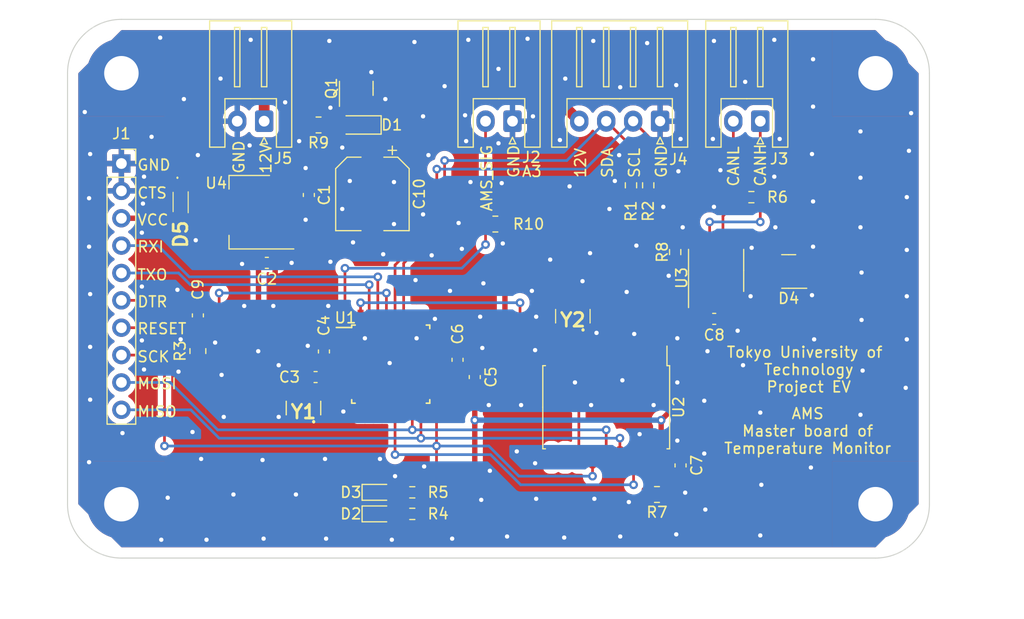
<source format=kicad_pcb>
(kicad_pcb (version 20221018) (generator pcbnew)
  (layers (0 "F.Cu" signal) (31 "B.Cu" signal) (34 "B.Paste" user) (35 "F.Paste" user) (36 "B.SilkS" user "B.Silkscreen") (37 "F.SilkS" user "F.Silkscreen") (38 "B.Mask" user) (39 "F.Mask" user) (44 "Edge.Cuts" user))
  (net 0 "")
  (net 1 "+12V")
  (net 2 "GND")
  (net 3 "VCC")
  (net 4 "/AREF")
  (net 5 "/RESET1")
  (net 6 "/DTR")
  (net 7 "Net-(D2-A)")
  (net 8 "Net-(D3-A)")
  (net 9 "/CANH")
  (net 10 "/CANL")
  (net 11 "/RXI")
  (net 12 "/TXO")
  (net 13 "/SCK")
  (net 14 "/MOSI")
  (net 15 "/MISO")
  (net 16 "/AMS_SIG")
  (net 17 "/SCL")
  (net 18 "/SDA")
  (net 19 "/RESET2")
  (net 20 "/Rs")
  (net 26 "/CS")
  (net 34 "/INT")
  (net 35 "/TXCAN")
  (net 36 "/RXCAN")
  (net 41 "Net-(U2-OSC2)")
  (net 42 "Net-(U2-OSC1)")
  (net 46 "Net-(D1-A)")
  (net 47 "/+12Vin")
  (net 48 "/XTAL1")
  (net 49 "/XTAL2")
  (footprint "Capacitor_SMD:CP_Elec_6.3x5.4_Nichicon" (layer "F.Cu") (at 138.3 86.2 -90)
    (fp_text reference "C10")
    (fp_text value "470u")
  )
  (footprint "Package_SO:SOIC-18W_7.5x11.6mm_P1.27mm" (layer "F.Cu") (at 160 106 -90)
    (fp_text reference "U2")
    (fp_text value "MCP2515-xSO")
  )
  (footprint "Resistor_SMD:R_0603_1608Metric" (layer "F.Cu") (at 142 115.9 180)
    (fp_text reference "R4")
    (fp_text value "Opt")
  )
  (footprint "Capacitor_SMD:C_0603_1608Metric" (layer "F.Cu") (at 170.025 97.8 180)
    (fp_text reference "C8")
    (fp_text value "0.1u")
  )
  (footprint "Connector_JST:JST_XH_S2B-XH-A_1x02_P2.50mm_Horizontal" (layer "F.Cu") (at 128.25 79.45 180)
    (fp_text reference "J5")
    (fp_text value "Conn_01x02_Pin")
  )
  (footprint "Resistor_SMD:R_0805_2012Metric" (layer "F.Cu") (at 122.1 100.7875 90)
    (fp_text reference "R3")
    (fp_text value "10k")
  )
  (footprint "Package_QFP:TQFP-32_7x7mm_P0.8mm" (layer "F.Cu") (at 140 102)
    (fp_text reference "U1")
    (fp_text value "ATmega328P-A")
  )
  (footprint "Package_TO_SOT_SMD:SOT-23" (layer "F.Cu") (at 136.8 76.4 90)
    (fp_text reference "Q1")
    (fp_text value "AO3401A")
  )
  (footprint "Resistor_SMD:R_0805_2012Metric" (layer "F.Cu") (at 164.7125 114.1 180)
    (fp_text reference "R7")
    (fp_text value "10k")
  )
  (footprint "Resistor_SMD:R_0603_1608Metric" (layer "F.Cu") (at 166.4 91.6 -90)
    (fp_text reference "R8")
    (fp_text value "15k")
  )
  (footprint "Package_SO:SOIC-8_3.9x4.9mm_P1.27mm" (layer "F.Cu") (at 170.2 93.3 90)
    (fp_text reference "U3")
    (fp_text value "MCP2551-I-SN")
  )
  (footprint "Connector_JST:JST_XH_S2B-XH-A_1x02_P2.50mm_Horizontal" (layer "F.Cu") (at 174.3 79.45 180)
    (fp_text reference "J3")
    (fp_text value "Conn_01x02_Pin")
  )
  (footprint "MountingHole:MountingHole_3.2mm_M3_Pad" (layer "F.Cu") (at 185 115)
    (fp_text reference "REF**" hide)
    (fp_text value "MountingHole_3.2mm_M3_Pad")
  )
  (footprint "Package_TO_SOT_SMD:SOT-223-3_TabPin2" (layer "F.Cu") (at 126.9 87.9 180)
    (fp_text reference "U4")
    (fp_text value "LD1117S50TR_SOT223")
  )
  (footprint "Resistor_SMD:R_0603_1608Metric" (layer "F.Cu") (at 173.475 86.5 180)
    (fp_text reference "R6")
    (fp_text value "120")
  )
  (footprint "Resistor_SMD:R_0603_1608Metric" (layer "F.Cu") (at 162.3 85.4 90)
    (fp_text reference "R1")
    (fp_text value "3.3k")
  )
  (footprint "Resistor_SMD:R_0603_1608Metric" (layer "F.Cu") (at 163.9 85.4 90)
    (fp_text reference "R2")
    (fp_text value "3.3k")
  )
  (footprint "Connector_JST:JST_XH_S4B-XH-A_1x04_P2.50mm_Horizontal" (layer "F.Cu") (at 165 79.45 180)
    (fp_text reference "J4")
    (fp_text value "Conn_01x04_Pin")
  )
  (footprint "Capacitor_SMD:C_0603_1608Metric" (layer "F.Cu") (at 122.1 97.475 90)
    (fp_text reference "C9")
    (fp_text value "0.1u")
  )
  (footprint "MountingHole:MountingHole_3.2mm_M3_Pad" (layer "F.Cu") (at 115 115)
    (fp_text reference "REF**" hide)
    (fp_text value "MountingHole_3.2mm_M3_Pad")
  )
  (footprint "SamacSys_Parts:CSTCE16M0V53R0" (layer "F.Cu") (at 131.9 106.1)
    (fp_text reference "Y1")
    (fp_text value "CSTCE16M0V53-R0" hide)
  )
  (footprint "LED_SMD:LED_0603_1608Metric" (layer "F.Cu") (at 138.825 113.9)
    (fp_text reference "D3")
    (fp_text value "LED_G")
  )
  (footprint "Capacitor_SMD:C_0603_1608Metric" (layer "F.Cu") (at 128.5 92.6)
    (fp_text reference "C2")
    (fp_text value "10u")
  )
  (footprint "LED_SMD:LED_0603_1608Metric" (layer "F.Cu") (at 138.825 115.9)
    (fp_text reference "D2")
    (fp_text value "LED_R")
  )
  (footprint "SamacSys_Parts:CUHS20S40H3F" (layer "F.Cu") (at 120.5 86.95 -90)
    (fp_text reference "D5")
    (fp_text value "CUHS20S30" hide)
  )
  (footprint "MountingHole:MountingHole_3.2mm_M3_Pad" (layer "F.Cu") (at 185 75)
    (fp_text reference "REF**" hide)
    (fp_text value "MountingHole_3.2mm_M3_Pad")
  )
  (footprint "SamacSys_Parts:CSTCE16M0V53R0" (layer "F.Cu") (at 156.9 97.575)
    (fp_text reference "Y2")
    (fp_text value "CSTCE16M0V53-R0" hide)
  )
  (footprint "Capacitor_SMD:C_0603_1608Metric" (layer "F.Cu") (at 133.8 100.825 90)
    (fp_text reference "C4")
    (fp_text value "0.1u")
  )
  (footprint "Capacitor_SMD:C_0603_1608Metric" (layer "F.Cu") (at 132.4 86.3 -90)
    (fp_text reference "C1")
    (fp_text value "0.1u")
  )
  (footprint "Resistor_SMD:R_0805_2012Metric" (layer "F.Cu") (at 149.7125 89)
    (fp_text reference "R10")
    (fp_text value "10k")
  )
  (footprint "MountingHole:MountingHole_3.2mm_M3_Pad" (layer "F.Cu") (at 115 75)
    (fp_text reference "REF**" hide)
    (fp_text value "MountingHole_3.2mm_M3_Pad")
  )
  (footprint "Connector_JST:JST_XH_S2B-XH-A_1x02_P2.50mm_Horizontal" (layer "F.Cu") (at 151.3 79.45 180)
    (fp_text reference "J2")
    (fp_text value "Conn_01x02_Pin")
  )
  (footprint "Resistor_SMD:R_0805_2012Metric" (layer "F.Cu") (at 133.3 79.8 180)
    (fp_text reference "R9")
    (fp_text value "10k")
  )
  (footprint "Diode_SMD:D_SOD-323_HandSoldering" (layer "F.Cu") (at 137.1 79.8 180)
    (fp_text reference "D1")
    (fp_text value "UDZV5.1B")
  )
  (footprint "Capacitor_SMD:C_0603_1608Metric" (layer "F.Cu") (at 133.025 103.2 180)
    (fp_text reference "C3")
    (fp_text value "0.1u")
  )
  (footprint "Capacitor_SMD:C_0603_1608Metric" (layer "F.Cu") (at 166.9 111.4 -90)
    (fp_text reference "C7")
    (fp_text value "0.1u")
  )
  (footprint "Resistor_SMD:R_0603_1608Metric" (layer "F.Cu") (at 142 113.9 180)
    (fp_text reference "R5")
    (fp_text value "Opt")
  )
  (footprint "Connector_PinSocket_2.54mm:PinSocket_1x10_P2.54mm_Vertical" (layer "F.Cu") (at 115 83.38)
    (fp_text reference "J1")
    (fp_text value "Conn_01x10_Socket")
  )
  (footprint "Capacitor_SMD:C_0603_1608Metric" (layer "F.Cu") (at 146.2 101.6 90)
    (fp_text reference "C6")
    (fp_text value "0.1u")
  )
  (footprint "Capacitor_SMD:C_0603_1608Metric" (layer "F.Cu") (at 147.8 103.2 90)
    (fp_text reference "C5")
    (fp_text value "0.1u")
  )
  (footprint "Package_TO_SOT_SMD:SOT-23" (layer "F.Cu") (at 176.9375 93.4 180)
    (fp_text reference "D4")
    (fp_text value "NUP2105L")
  )
  (gr_line (start 110 115) (end 110 75) (stroke (width 0.1)) (layer "Edge.Cuts"))
  (gr_line (start 190 75) (end 190 115) (stroke (width 0.1)) (layer "Edge.Cuts"))
  (gr_line (start 115 70) (end 185 70) (stroke (width 0.1)) (layer "Edge.Cuts"))
  (gr_arc (start 110 75) (mid 111.464466 71.464466) (end 115 70) (stroke (width 0.1)) (layer "Edge.Cuts"))
  (gr_arc (start 185 70) (mid 188.535534 71.464466) (end 190 75) (stroke (width 0.1)) (layer "Edge.Cuts"))
  (gr_arc (start 190 115) (mid 188.535534 118.535534) (end 185 120) (stroke (width 0.1)) (layer "Edge.Cuts"))
  (gr_arc (start 115 120) (mid 111.464466 118.535534) (end 110 115) (stroke (width 0.1)) (layer "Edge.Cuts"))
  (gr_line (start 185 120) (end 115 120) (stroke (width 0.1)) (layer "Edge.Cuts"))
  (gr_text "CANL" (at 172.4 85.6 90) (layer "F.SilkS") (effects (font (size 1 1)) (justify left bottom)))
  (gr_text "12V" (at 158.2 84.8 90) (layer "F.SilkS") (effects (font (size 1 1)) (justify left bottom)))
  (gr_text "DTR" (at 116.4 96.8) (layer "F.SilkS") (effects (font (size 1 1)) (justify left bottom)))
  (gr_text "Tokyo University of \nTechnology\nProject EV" (at 178.8 104.7) (layer "F.SilkS") (effects (font (size 1 1)) (justify bottom)))
  (gr_text "AMS\nMaster board of\nTemperature Monitor" (at 178.7 110.4) (layer "F.SilkS") (effects (font (size 1 1)) (justify bottom)))
  (gr_text "VCC" (at 116.4 89.2) (layer "F.SilkS") (effects (font (size 1 1)) (justify left bottom)))
  (gr_text "CTS" (at 116.4 86.7) (layer "F.SilkS") (effects (font (size 1 1)) (justify left bottom)))
  (gr_text "RXI" (at 116.4 91.7) (layer "F.SilkS") (effects (font (size 1 1)) (justify left bottom)))
  (gr_text "RESET" (at 116.4 99.3) (layer "F.SilkS") (effects (font (size 1 1)) (justify left bottom)))
  (gr_text "12V" (at 129 84.4 90) (layer "F.SilkS") (effects (font (size 1 1)) (justify left bottom)))
  (gr_text "SCK" (at 116.4 101.9) (layer "F.SilkS") (effects (font (size 1 1)) (justify left bottom)))
  (gr_text "TXO" (at 116.4 94.3) (layer "F.SilkS") (effects (font (size 1 1)) (justify left bottom)))
  (gr_text "GND" (at 152 84.8 90) (layer "F.SilkS") (effects (font (size 1 1)) (justify left bottom)))
  (gr_text "SCL" (at 163.2 84.8 90) (layer "F.SilkS") (effects (font (size 1 1)) (justify left bottom)))
  (gr_text "AMS_SIG" (at 149.5 87.9 90) (layer "F.SilkS") (effects (font (size 1 1)) (justify left bottom)))
  (gr_text "GND" (at 126.5 84.4 90) (layer "F.SilkS") (effects (font (size 1 1)) (justify left bottom)))
  (gr_text "CANH" (at 174.9 85.6 90) (layer "F.SilkS") (effects (font (size 1 1)) (justify left bottom)))
  (gr_text "MISO" (at 116.4 107) (layer "F.SilkS") (effects (font (size 1 1)) (justify left bottom)))
  (gr_text "GND" (at 116.4 84.1) (layer "F.SilkS") (effects (font (size 1 1)) (justify left bottom)))
  (gr_text "A3" (at 152.1 84.7) (layer "F.SilkS") (effects (font (size 1 1)) (justify left bottom)))
  (gr_text "MOSI" (at 116.4 104.4) (layer "F.SilkS") (effects (font (size 1 1)) (justify left bottom)))
  (gr_text "GND" (at 165.7 84.8 90) (layer "F.SilkS") (effects (font (size 1 1)) (justify left bottom)))
  (gr_text "SDA" (at 160.7 84.8 90) (layer "F.SilkS") (effects (font (size 1 1)) (justify left bottom)))
  (segment (start 138.3 83.5) (end 139.9 83.5) (width 1) (layer "F.Cu") (net 1))
  (segment (start 137.75 78.6) (end 137.75 79.2) (width 1) (layer "F.Cu") (net 1))
  (segment (start 130.125 85.525) (end 130.05 85.6) (width 0.5) (layer "F.Cu") (net 1))
  (segment (start 132.4 85.525) (end 130.125 85.525) (width 0.5) (layer "F.Cu") (net 1))
  (segment (start 125.8 84) (end 127.4 85.6) (width 0.5) (layer "F.Cu") (net 1))
  (segment (start 120.5 84.5) (end 121 84) (width 0.5) (layer "F.Cu") (net 1))
  (segment (start 155.35 77.3) (end 157.5 79.45) (width 1) (layer "F.Cu") (net 1))
  (segment (start 138.35 83.45) (end 138.3 83.5) (width 1) (layer "F.Cu") (net 1))
  (segment (start 134.425 83.5) (end 132.4 85.525) (width 0.5) (layer "F.Cu") (net 1))
  (segment (start 121 84) (end 125.8 84) (width 0.5) (layer "F.Cu") (net 1))
  (segment (start 137.75 77.3375) (end 137.75 78.6) (width 0.5) (layer "F.Cu") (net 1))
  (segment (start 140.8 82.6) (end 140.8 78.7) (width 1) (layer "F.Cu") (net 1))
  (segment (start 127.4 85.6) (end 130.05 85.6) (width 0.5) (layer "F.Cu") (net 1))
  (segment (start 120.5 86) (end 120.5 84.5) (width 0.5) (layer "F.Cu") (net 1))
  (segment (start 137.75 79.2) (end 138.35 79.8) (width 1) (layer "F.Cu") (net 1))
  (segment (start 138.35 79.8) (end 138.35 83.45) (width 1) (layer "F.Cu") (net 1))
  (segment (start 140.8 78.7) (end 142.2 77.3) (width 1) (layer "F.Cu") (net 1))
  (segment (start 142.2 77.3) (end 155.35 77.3) (width 1) (layer "F.Cu") (net 1))
  (segment (start 138.3 83.5) (end 134.425 83.5) (width 0.5) (layer "F.Cu") (net 1))
  (segment (start 139.9 83.5) (end 140.8 82.6) (width 1) (layer "F.Cu") (net 1))
  (segment (start 144.25 101.6) (end 142.7 101.6) (width 0.5) (layer "F.Cu") (net 2))
  (segment (start 169.565 96.835) (end 169.25 97.15) (width 0.5) (layer "F.Cu") (net 2))
  (segment (start 169.565 95.775) (end 169.565 96.835) (width 0.5) (layer "F.Cu") (net 2))
  (segment (start 137.1 102.4) (end 137.3 102.2) (width 0.5) (layer "F.Cu") (net 2))
  (segment (start 147.8 102.425) (end 147.8 100.9) (width 0.5) (layer "F.Cu") (net 2))
  (segment (start 169.25 98.95) (end 169.2 99) (width 0.5) (layer "F.Cu") (net 2))
  (segment (start 135.75 100.8) (end 137.3 100.8) (width 0.5) (layer "F.Cu") (net 2))
  (segment (start 132.25 103.2) (end 131.2 103.2) (width 0.5) (layer "F.Cu") (net 2))
  (segment (start 135.75 102.4) (end 137.1 102.4) (width 0.5) (layer "F.Cu") (net 2))
  (segment (start 169.25 97.15) (end 169.25 97.8) (width 0.5) (layer "F.Cu") (net 2))
  (segment (start 169.25 97.8) (end 169.25 98.95) (width 0.5) (layer "F.Cu") (net 2))
  (segment (start 176 93.4) (end 179.2 93.4) (width 0.5) (layer "F.Cu") (net 2))
  (via (at 157.8 94.3) (size 0.8) (drill 0.4) (layers "F.Cu" "B.Cu") (net 2))
  (via (at 122.4 110.8) (size 0.8) (drill 0.4) (layers "F.Cu" "B.Cu") (net 2))
  (via (at 145 76.2) (size 0.8) (drill 0.4) (layers "F.Cu" "B.Cu") (net 2))
  (via (at 149.1 105.8) (size 0.8) (drill 0.4) (layers "F.Cu" "B.Cu") (net 2))
  (via (at 136.5 90.7) (size 0.8) (drill 0.4) (layers "F.Cu" "B.Cu") (net 2))
  (via (at 153.2 79) (size 0.8) (drill 0.4) (layers "F.Cu" "B.Cu") (net 2))
  (via (at 153.4 100.7) (size 0.8) (drill 0.4) (layers "F.Cu" "B.Cu") (net 2))
  (via (at 143 88.1) (size 0.8) (drill 0.4) (layers "F.Cu" "B.Cu") (net 2))
  (via (at 148.5 100.5) (size 0.8) (drill 0.4) (layers "F.Cu" "B.Cu") (net 2))
  (via (at 165.3 87.4) (size 0.8) (drill 0.4) (layers "F.Cu" "B.Cu") (net 2))
  (via (at 122.1 82.6) (size 0.8) (drill 0.4) (layers "F.Cu" "B.Cu") (net 2))
  (via (at 132.1 88.6) (size 0.8) (drill 0.4) (layers "F.Cu" "B.Cu") (net 2))
  (via (at 149.2 111.9) (size 0.8) (drill 0.4) (layers "F.Cu" "B.Cu") (net 2))
  (via (at 144.1 97.8) (size 0.8) (drill 0.4) (layers "F.Cu" "B.Cu") (net 2))
  (via (at 156.1 118.1) (size 0.8) (drill 0.4) (layers "F.Cu" "B.Cu") (net 2))
  (via (at 165.8 93.8) (size 0.8) (drill 0.4) (layers "F.Cu" "B.Cu") (net 2))
  (via (at 148.6 94.5) (size 0.8) (drill 0.4) (layers "F.Cu" "B.Cu") (net 2))
  (via (at 123.7 100) (size 0.8) (drill 0.4) (layers "F.Cu" "B.Cu") (net 2))
  (via (at 183.6 80.4) (size 0.8) (drill 0.4) (layers "F.Cu" "B.Cu") (net 2))
  (via (at 188.3 78.7) (size 0.8) (drill 0.4) (layers "F.Cu" "B.Cu") (net 2))
  (via (at 147.4 85.1) (size 0.8) (drill 0.4) (layers "F.Cu" "B.Cu") (net 2))
  (via (at 147 81.3) (size 0.8) (drill 0.4) (layers "F.Cu" "B.Cu") (net 2))
  (via (at 120.3 102.7) (size 0.8) (drill 0.4) (layers "F.Cu" "B.Cu") (net 2))
  (via (at 167.1 89.3) (size 0.8) (drill 0.4) (layers "F.Cu" "B.Cu") (net 2))
  (via (at 187.8 104.2) (size 0.8) (drill 0.4) (layers "F.Cu" "B.Cu") (net 2))
  (via (at 166.7 84.1) (size 0.8) (drill 0.4) (layers "F.Cu" "B.Cu") (net 2))
  (via (at 130.2 77.7) (size 0.8) (drill 0.4) (layers "F.Cu" "B.Cu") (net 2))
  (via (at 170.6 84) (size 0.8) (drill 0.4) (layers "F.Cu" "B.Cu") (net 2))
  (via (at 120.8 77.4) (size 0.8) (drill 0.4) (layers "F.Cu" "B.Cu") (net 2))
  (via (at 126.2 92.7) (size 0.8) (drill 0.4) (layers "F.Cu" "B.Cu") (net 2))
  (via (at 132.3 100.3) (size 0.8) (drill 0.4) (layers "F.Cu" "B.Cu") (net 2))
  (via (at 116.9 99.8) (size 0.8) (drill 0.4) (layers "F.Cu" "B.Cu") (net 2))
  (via (at 169.9 81.1) (size 0.8) (drill 0.4) (layers "F.Cu" "B.Cu") (net 2))
  (via (at 160.3 87.6) (size 0.8) (drill 0.4) (layers "F.Cu" "B.Cu") (net 2))
  (via (at 170 87.4) (size 0.8) (drill 0.4) (layers "F.Cu" "B.Cu") (net 2))
  (via (at 117.8 80.9) (size 0.8) (drill 0.4) (layers "F.Cu" "B.Cu") (net 2))
  (via (at 120.2 95.1) (size 0.8) (drill 0.4) (layers "F.Cu" "B.Cu") (net 2))
  (via (at 116.9 94.8) (size 0.8) (drill 0.4) (layers "F.Cu" "B.Cu") (net 2))
  (via (at 166.6 103.7) (size 0.8) (drill 0.4) (layers "F.Cu" "B.Cu") (net 2))
  (via (at 135.5 87.6) (size 0.8) (drill 0.4) (layers "F.Cu" "B.Cu") (net 2))
  (via (at 172.9 75.8) (size 0.8) (drill 0.4) (layers "F.Cu" "B.Cu") (net 2))
  (via (at 134.4 92.5) (size 0.8) (drill 0.4) (layers "F.Cu" "B.Cu") (net 2))
  (via (at 133.9 110.8) (size 0.8) (drill 0.4) (layers "F.Cu" "B.Cu") (net 2))
  (via (at 138.2 74.9) (size 0.8) (drill 0.4) (layers "F.Cu" "B.Cu") (net 2))
  (via (at 127 71.9) (size 0.8) (drill 0.4) (layers "F.Cu" "B.Cu") (net 2))
  (via (at 174.3 106.5) (size 0.8) (drill 0.4) (layers "F.Cu" "B.Cu") (net 2))
  (via (at 169.2 115.5) (size 0.8) (drill 0.4) (layers "F.Cu" "B.Cu") (net 2))
  (via (at 179.2 73.7) (size 0.8) (drill 0.4) (layers "F.Cu" "B.Cu") (net 2))
  (via (at 156.6 85.5) (size 0.8) (drill 0.4) (layers "F.Cu" "B.Cu") (net 2))
  (via (at 162.6 99.2) (size 0.8) (drill 0.4) (layers "F.Cu" "B.Cu") (net 2))
  (via (at 146.6 91.3) (size 0.8) (drill 0.4) (layers "F.Cu" "B.Cu") (net 2))
  (via (at 134 118.2) (size 0.8) (drill 0.4) (layers "F.Cu" "B.Cu") (net 2))
  (via (at 179.1 95.6) (size 0.8) (drill 0.4) (layers "F.Cu" "B.Cu") (net 2))
  (via (at 139.5 77.4) (size 0.8) (drill 0.4) (layers "F.Cu" "B.Cu") (net 2))
  (via (at 166.5 76.1) (size 0.8) (drill 0.4) (layers "F.Cu" "B.Cu") (net 2))
  (via (at 156.2 75.5) (size 0.8) (drill 0.4) (layers "F.Cu" "B.Cu") (net 2))
  (via (at 153.4 111.2) (size 0.8) (drill 0.4) (layers "F.Cu" "B.Cu") (net 2))
  (via (at 151.7 110.1) (size 0.8) (drill 0.4) (layers "F.Cu" "B.Cu") (net 2))
  (via (at 179.2 91.1) (size 0.8) (drill 0.4) (layers "F.Cu" "B.Cu") (net 2))
  (via (at 179.2 86.9) (size 0.8) (drill 0.4) (layers "F.Cu" "B.Cu") (net 2))
  (via (at 124.2 75.5) (size 0.8) (drill 0.4) (layers "F.Cu" "B.Cu") (net 2))
  (via (at 147.2 71.9) (size 0.8) (drill 0.4) (layers "F.Cu" "B.Cu") (net 2))
  (via (at 145.5 95.2) (size 0.8) (drill 0.4) (layers "F.Cu" "B.Cu") (net 2))
  (via (at 135.5 81.9) (size 0.8) (drill 0.4) (layers "F.Cu" "B.Cu") (net 2))
  (via (at 163.1 108.5) (size 0.8) (drill 0.4) (layers "F.Cu" "B.Cu") (net 2))
  (via (at 124.5 106.9) (size 0.8) (drill 0.4) (layers "F.Cu" "B.Cu") (net 2))
  (via (at 169.4 100.8) (size 0.8) (drill 0.4) (layers "F.Cu" "B.Cu") (net 2))
  (via (at 128.2 118.2) (size 0.8) (drill 0.4) (layers "F.Cu" "B.Cu") (net 2))
  (via (at 142.2 72.1) (size 0.8) (drill 0.4) (layers "F.Cu" "B.Cu") (net 2))
  (via (at 153.5 114.5) (size 0.8) (drill 0.4) (layers "F.Cu" "B.Cu") (net 2))
  (via (at 175.7 89.3) (size 0.8) (drill 0.4) (layers "F.Cu" "B.Cu") (net 2))
  (via (at 175.6 84.6) (size 0.8) (drill 0.4) (layers "F.Cu" "B.Cu") (net 2))
  (via (at 134.3 72) (size 0.8) (drill 0.4) (layers "F.Cu" "B.Cu") (net 2))
  (via (at 161.3 118) (size 0.8) (drill 0.4) (layers "F.Cu" "B.Cu") (net 2))
  (via (at 118.6 71.7) (size 0.8) (drill 0.4) (layers "F.Cu" "B.Cu") (net 2))
  (via (at 173.4 95.7) (size 0.8) (drill 0.4) (layers "F.Cu" "B.Cu") (net 2))
  (via (at 148.3 97.6) (size 0.8) (drill 0.4) (layers "F.Cu" "B.Cu") (net 2))
  (via (at 161.9 95.3) (size 0.8) (drill 0.4) (layers "F.Cu" "B.Cu") (net 2))
  (via (at 132.1 83.8) (size 0.8) (drill 0.4) (layers "F.Cu" "B.Cu") (net 2))
  (via (at 173.5 91.2) (size 0.8) (drill 0.4) (layers "F.Cu" "B.Cu") (net 2))
  (via (at 117 87.1) (size 0.8) (drill 0.4) (layers "F.Cu" "B.Cu") (net 2))
  (via (at 122.9 118.3) (size 0.8) (drill 0.4) (layers "F.Cu" "B.Cu") (net 2))
  (via (at 154.8 92.3) (size 0.8) (drill 0.4) (layers "F.Cu" "B.Cu") (net 2))
  (via (at 145.7 118.2) (size 0.8) (drill 0.4) (layers "F.Cu" "B.Cu") (net 2))
  (via (at 139.3 91.8) (size 0.8) (drill 0.4) (layers "F.Cu" "B.Cu") (net 2))
  (via (at 139 110.8) (size 0.8) (drill 0.4) (layers "F.Cu" "B.Cu") (net 2))
  (via (at 129.6 106.9) (size 0.8) (drill 0.4) (layers "F.Cu" "B.Cu") (net 2))
  (via (at 143.1 111.5) (size 0.8) (drill 0.4) (layers "F.Cu" "B.Cu") (net 2))
  (via (at 150.3 85.2) (size 0.8) (drill 0.4) (layers "F.Cu" "B.Cu") (net 2))
  (via (at 188.1 82.2) (size 0.8) (drill 0.4) (layers "F.Cu" "B.Cu") (net 2))
  (via (at 148.4 114.6) (size 0.8) (drill 0.4) (layers "F.Cu" "B.Cu") (net 2))
  (via (at 166.6 109.1) (size 0.8) (drill 0.4) (layers "F.Cu" "B.Cu") (net 2))
  (via (at 134.4 78.2) (size 0.8) (drill 0.4) (layers "F.Cu" "B.Cu") (net 2))
  (via (at 160.8 85) (size 0.8) (drill 0.4) (layers "F.Cu" "B.Cu") (net 2))
  (via (at 152.7 71.8) (size 0.8) (drill 0.4) (layers "F.Cu" "B.Cu") (net 2))
  (via (at 179.3 99.7) (size 0.8) (drill 0.4) (layers "F.Cu" "B.Cu") (net 2))
  (via (at 166.5 117.8) (size 0.8) (drill 0.4) (layers "F.Cu" "B.Cu") (net 2))
  (via (at 164.4 105.8) (size 0.8) (drill 0.4) (layers "F.Cu" "B.Cu") (net 2))
  (via (at 187.9 95.7) (size 0.8) (drill 0.4) (layers "F.Cu" "B.Cu") (net 2))
  (via (at 112 111.1) (size 0.8) (drill 0.4) (layers "F.Cu" "B.Cu") (net 2))
  (via (at 161.2 82.6) (size 0.8) (drill 0.4) (layers "F.Cu" "B.Cu") (net 2))
  (via (at 125.4 114.1) (size 0.8) (drill 0.4) (layers "F.Cu" "B.Cu") (net 2))
  (via (at 130.8 92.6) (size 0.8) (drill 0.4) (layers "F.Cu" "B.Cu") (net 2))
  (via (at 140.3 89) (size 0.8) (drill 0.4) (layers "F.Cu" "B.Cu") (net 2))
  (via (at 187.9 99.7) (size 0.8) (drill 0.4) (layers "F.Cu" "B.Cu") (net 2))
  (via (at 121.9 90.5) (size 0.8) (drill 0.4) (layers "F.Cu" "B.Cu") (net 2))
  (via (at 183.6 89.3) (size 0.8) (drill 0.4) (layers "F.Cu" "B.Cu") (net 2))
  (via (at 124.3 103) (size 0.8) (drill 0.4) (layers "F.Cu" "B.Cu") (net 2))
  (via (at 118.7 118.3) (size 0.8) (drill 0.4) (layers "F.Cu" "B.Cu") (net 2))
  (via (at 150.4 90.8) (size 0.8) (drill 0.4) (layers "F.Cu" "B.Cu") (net 2))
  (via (at 167.33 113.93) (size 0.8) (drill 0.4) (layers "F.Cu" "B.Cu") (net 2))
  (via (at 176.1 81.1) (size 0.8) (drill 0.4) (layers "F.Cu" "B.Cu") (net 2))
  (via (at 146.3 88.9) (size 0.8) (drill 0.4) (layers "F.Cu" "B.Cu") (net 2))
  (via (at 135.6 106.4) (size 0.8) (drill 0.4) (layers "F.Cu" "B.Cu") (net 2))
  (via (at 146.9 78.9) (size 0.8) (drill 0.4) (layers "F.Cu" "B.Cu") (net 2))
  (via (at 127.7 100.8) (size 0.8) (drill 0.4) (layers "F.Cu" "B.Cu") (net 2))
  (via (at 112.1 82.5) (size 0.8) (drill 0.4) (layers "F.Cu" "B.Cu") (net 2))
  (via (at 183.6 84.7) (size 0.8) (drill 0.4) (layers "F.Cu" "B.Cu") (net 2))
  (via (at 129.6 102.1) (size 0.8) (drill 0.4) (layers "F.Cu" "B.Cu") (net 2))
  (via (at 111.6 78.6) (size 0.8) (drill 0.4) (layers "F.Cu" "B.Cu") (net 2))
  (via (at 179 111.6) (size 0.8) (drill 0.4) (layers "F.Cu" "B.Cu") (net 2))
  (via (at 128.1 110.9) (size 0.8) (drill 0.4) (layers "F.Cu" "B.Cu") (net 2))
  (via (at 158.6 105.8) (size 0.8) (drill 0.4) (layers "F.Cu" "B.Cu") (net 2))
  (via (at 112 86.6) (size 0.8) (drill 0.4) (layers "F.Cu" "B.Cu") (net 2))
  (via (at 161.5 103.5) (size 0.8) (drill 0.4) (layers "F.Cu" "B.Cu") (net 2))
  (via (at 129.1 96.6) (size 0.8) (drill 0.4) (layers "F.Cu" "B.Cu") (net 2))
  (via (at 170 72) (size 0.8) (drill 0.4) (layers "F.Cu" "B.Cu") (net 2))
  (via (at 150 81.5) (size 0.8) (drill 0.4) (layers "F.Cu" "B.Cu") (net 2))
  (via (at 162.8 91) (size 0.8) (drill 0.4) (layers "F.Cu" "B.Cu") (net 2))
  (via (at 150.8 118) (size 0.8) (drill 0.4) (layers "F.Cu" "B.Cu") (net 2))
  (via (at 179.1 82.5) (size 0.8) (drill 0.4) (layers "F.Cu" "B.Cu") (net 2))
  (via (at 134.2 96.6) (size 0.8) (drill 0.4) (layers "F.Cu" "B.Cu") (net 2))
  (via (at 117.1 84.6) (size 0.8) (drill 0.4) (layers "F.Cu" "B.Cu") (net 2))
  (via (at 174.4 113.2) (size 0.8) (drill 0.4) (layers "F.Cu" "B.Cu") (net 2))
  (via (at 153.5 97.6) (size 0.8) (drill 0.4) (layers "F.Cu" "B.Cu") (net 2))
  (via (at 187.9 86.5) (size 0.8) (drill 0.4) (layers "F.Cu" "B.Cu") (net 2))
  (via (at 112.1 105.3) (size 0.8) (drill 0.4) (layers "F.Cu" "B.Cu") (net 2))
  (via (at 174.3 117.9) (size 0.8) (drill 0.4) (layers "F.Cu" "B.Cu") (net 2))
  (via (at 142.3 94.2) (size 0.8) (drill 0.4) (layers "F.Cu" "B.Cu") (net 2))
  (via (at 140.4 112.4) (size 0.8) (drill 0.4) (layers "F.Cu" "B.Cu") (net 2))
  (via (at 153.1 95.2) (size 0.8) (drill 0.4) (layers "F.Cu" "B.Cu") (net 2))
  (via (at 136.2 85) (size 0.8) (drill 0.4) (layers "F.Cu" "B.Cu") (net 2))
  (via (at 131.2 114.1) (size 0.8) (drill 0.4) (layers "F.Cu" "B.Cu") (net 2))
  (via (at 158.9 114.5) (size 0.8) (drill 0.4) (layers "F.Cu" "B.Cu") (net 2))
  (via (at 143 79) (size 0.8) (drill 0.4) (layers "F.Cu" "B.Cu") (net 2))
  (via (at 169.1 105.4) (size 0.8) (drill 0.4) (layers "F.Cu" "B.Cu") (net 2))
  (via (at 112.1 95.5) (size 0.8) (drill 0.4) (layers "F.Cu" "B.Cu") (net 2))
  (via (at 143.5 82.6) (size 0.8) (drill 0.4) (layers "F.Cu" "B.Cu") (net 2))
  (via (at 131.5 81.3) (size 0.8) (drill 0.4) (layers "F.Cu" "B.Cu") (net 2))
  (via (at 172.2 98.9) (size 0.8) (drill 0.4) (layers "F.Cu" "B.Cu") (net 2))
  (via (at 183.6 106.7) (size 0.8) (drill 0.4) (layers "F.Cu" "B.Cu") (net 2))
  (via (at 137.6 99.6) (size 0.8) (drill 0.4) (layers "F.Cu" "B.Cu") (net 2))
  (via (at 139.9 101.9) (size 0.8) (drill 0.4) (layers "F.Cu" "B.Cu") (net 2))
  (via (at 140.3 85.1) (size 0.8) (drill 0.4) (layers "F.Cu" "B.Cu") (net 2))
  (via (at 175.6 71.9) (size 0.8) (drill 0.4) (layers "F.Cu" "B.Cu") (net 2))
  (via (at 115.1 108.4) (size 0.8) (drill 0.4) (layers "F.Cu" "B.Cu") (net 2))
  (via (at 183.8 102.6) (size 0.8) (drill 0.4) (layers "F.Cu" "B.Cu") (net 2))
  (via (at 179.2 78.1) (size 0.8) (drill 0.4) (layers "F.Cu" "B.Cu") (net 2))
  (via (at 142.4 99.6) (size 0.8) (drill 0.4) (layers "F.Cu" "B.Cu") (net 2))
  (via (at 112.1 100.4) (size 0.8) (drill 0.4) (layers "F.Cu" "B.Cu") (net 2))
  (via (at 157.1 103.7) (size 0.8) (drill 0.4) (layers "F.Cu" "B.Cu") (net 2))
  (via (at 140.1 118.3) (size 0.8) (drill 0.4) (layers "F.Cu" "B.Cu") (net 2))
  (via (at 183.7 97.9) (size 0.8) (drill 0.4) (layers "F.Cu" "B.Cu") (net 2))
  (via (at 159.1 99.1) (size 0.8) (drill 0.4) (layers "F.Cu" "B.Cu") (net 2))
  (via (at 158.5 91.7) (size 0.8) (drill 0.4) (layers "F.Cu" "B.Cu") (net 2))
  (via (at 187.9 91.4) (size 0.8) (drill 0.4) (layers "F.Cu" "B.Cu") (net 2))
  (via (at 152.1 105.8) (size 0.8) (drill 0.4) (layers "F.Cu" "B.Cu") (net 2))
  (via (at 155.7 81.2) (size 0.8) (drill 0.4) (layers "F.Cu" "B.Cu") (net 2))
  (via (at 126.4 96.6) (size 0.8) (drill 0.4) (layers "F.Cu" "B.Cu") (net 2))
  (via (at 116.9 89.8) (size 0.8) (drill 0.4) (layers "F.Cu" "B.Cu") (net 2))
  (via (at 150 74.6) (size 0.8) (drill 0.4) (layers "F.Cu" "B.Cu") (net 2))
  (via (at 161.3 76.3) (size 0.8) (drill 0.4) (layers "F.Cu" "B.Cu") (net 2))
  (via (at 166.9 81.1) (size 0.8) (drill 0.4) (layers "F.Cu" "B.Cu") (net 2))
  (via (at 119.3 114.4) (size 0.8) (drill 0.4) (layers "F.Cu" "B.Cu") (net 2))
  (via (at 158.8 72) (size 0.8) (drill 0.4) (layers "F.Cu" "B.Cu") (net 2))
  (via (at 166.6 99.6) (size 0.8) (drill 0.4) (layers "F.Cu" "B.Cu") (net 2))
  (via (at 183.7 93.5) (size 0.8) (drill 0.4) (layers "F.Cu" "B.Cu") (net 2))
  (via (at 162.1 114.8) (size 0.8) (drill 0.4) (layers "F.Cu" "B.Cu") (net 2))
  (via (at 163.8 72.2) (size 0.8) (drill 0.4) (layers "F.Cu" "B.Cu") (net 2))
  (via (at 117.1 102.5) (size 0.8) (drill 0.4) (layers "F.Cu" "B.Cu") (net 2))
  (via (at 172.7 102.1) (size 0.8) (drill 0.4) (layers "F.Cu" "B.Cu") (net 2))
  (via (at 112 91.1) (size 0.8) (drill 0.4) (layers "F.Cu" "B.Cu") (net 2))
  (via (at 126.9 81.7) (size 0.8) (drill 0.4) (layers "F.Cu" "B.Cu") (net 2))
  (via (at 143.8 91.9) (size 0.8) (drill 0.4) (layers "F.Cu" "B.Cu") (net 2))
  (via (at 169.1 110.3) (size 0.8) (drill 0.4) (layers "F.Cu" "B.Cu") (net 2))
  (via (at 120.5 99.7) (size 0.8) (drill 0.4) (layers "F.Cu" "B.Cu") (net 2))
  (via (at 121.6 108.3) (size 0.8) (drill 0.4) (layers "F.Cu" "B.Cu") (net 2))
  (segment (start 143.075 104) (end 144.25 104) (width 0.5) (layer "F.Cu") (net 3))
  (segment (start 155.3 93.8) (end 156.9 92.2) (width 0.5) (layer "F.Cu") (net 3))
  (segment (start 123.75 87.9) (end 130.05 87.9) (width 0.5) (layer "F.Cu") (net 3))
  (segment (start 149.0625 103.975) (end 150.6 102.4375) (width 0.5) (layer "F.Cu") (net 3))
  (segment (start 144.25 104) (end 147.775 104) (width 0.5) (layer "F.Cu") (net 3))
  (segment (start 129.8 87.9) (end 127.725 89.975) (width 0.5) (layer "F.Cu") (net 3))
  (segment (start 133.8 101.6) (end 133.8 103.2) (width 0.5) (layer "F.Cu") (net 3))
  (segment (start 165.08 110.65) (end 165.08 112.18) (width 0.5) (layer "F.Cu") (net 3))
  (segment (start 150.6 95.4) (end 152.2 93.8) (width 0.5) (layer "F.Cu") (net 3))
  (segment (start 142.275 103.2) (end 143.075 104) (width 0.5) (layer "F.Cu") (net 3))
  (segment (start 170.8 97.1) (end 170.8 97.8) (width 0.5) (layer "F.Cu") (net 3))
  (segment (start 150.6 102.4375) (end 150.6 95.4) (width 0.5) (layer "F.Cu") (net 3))
  (segment (start 120.5 87.9) (end 118.6 87.9) (width 0.5) (layer "F.Cu") (net 3))
  (segment (start 130.05 87.9) (end 129.8 87.9) (width 0.5) (layer "F.Cu") (net 3))
  (segment (start 144.1 115.9) (end 142.825 115.9) (width 0.5) (layer "F.Cu") (net 3))
  (segment (start 156.9 92.2) (end 156.9 87.9) (width 0.5) (layer "F.Cu") (net 3))
  (segment (start 158.575 86.225) (end 162.3 86.225) (width 0.5) (layer "F.Cu") (net 3))
  (segment (start 165.1 107.2) (end 170.8 101.5) (width 0.5) (layer "F.Cu") (net 3))
  (segment (start 133.8 101.6) (end 130.925 101.6) (width 0.5) (layer "F.Cu") (net 3))
  (segment (start 133.8 101.6) (end 135.75 101.6) (width 0.5) (layer "F.Cu") (net 3))
  (segment (start 147.8 103.975) (end 147.8 107.2) (width 0.5) (layer "F.Cu") (net 3))
  (segment (start 170.835 95.775) (end 170.835 97.065) (width 0.5) (layer "F.Cu") (net 3))
  (segment (start 152.2 93.8) (end 155.3 93.8) (width 0.5) (layer "F.Cu") (net 3))
  (segment (start 135.75 103.2) (end 142.275 103.2) (width 0.5) (layer "F.Cu") (net 3))
  (segment (start 166.875 110.65) (end 166.9 110.625) (width 0.5) (layer "F.Cu") (net 3))
  (segment (start 156.9 87.9) (end 158.575 86.225) (width 0.5) (layer "F.Cu") (net 3))
  (segment (start 120.5 87.9) (end 123.75 87.9) (width 0.5) (layer "F.Cu") (net 3))
  (segment (start 147.8 103.975) (end 149.0625 103.975) (width 0.5) (layer "F.Cu") (net 3))
  (segment (start 118.6 87.9) (end 118.04 88.46) (width 0.5) (layer "F.Cu") (net 3))
  (segment (start 127.725 89.975) (end 127.725 92.6) (width 0.5) (layer "F.Cu") (net 3))
  (segment (start 118.04 88.46) (end 115 88.46) (width 0.5) (layer "F.Cu") (net 3))
  (segment (start 165.08 110.65) (end 166.875 110.65) (width 0.5) (layer "F.Cu") (net 3))
  (segment (start 147.8 112.2) (end 144.1 115.9) (width 0.5) (layer "F.Cu") (net 3))
  (segment (start 165.1 107.2) (end 165.1 110.63) (width 0.5) (layer "F.Cu") (net 3))
  (segment (start 170.8 101.5) (end 170.8 97.8) (width 0.5) (layer "F.Cu") (net 3))
  (segment (start 124.425 101.7) (end 127.725 98.4) (width 0.5) (layer "F.Cu") (net 3))
  (segment (start 130.925 101.6) (end 127.725 98.4) (width 0.5) (layer "F.Cu") (net 3))
  (segment (start 170.835 97.065) (end 170.8 97.1) (width 0.5) (layer "F.Cu") (net 3))
  (segment (start 163.9 86.225) (end 162.3 86.225) (width 0.5) (layer "F.Cu") (net 3))
  (segment (start 133.8 103.2) (end 135.75 103.2) (width 0.5) (layer "F.Cu") (net 3))
  (segment (start 127.725 92.6) (end 127.725 98.4) (width 0.5) (layer "F.Cu") (net 3))
  (segment (start 147.8 107.2) (end 147.8 112.2) (width 0.5) (layer "F.Cu") (net 3))
  (segment (start 165.625 112.725) (end 165.625 114.1) (width 0.5) (layer "F.Cu") (net 3))
  (segment (start 147.775 104) (end 147.8 103.975) (width 0.5) (layer "F.Cu") (net 3))
  (segment (start 122.1 101.7) (end 124.425 101.7) (width 0.5) (layer "F.Cu") (net 3))
  (segment (start 165.08 112.18) (end 165.625 112.725) (width 0.5) (layer "F.Cu") (net 3))
  (via (at 147.8 107.2) (size 0.8) (drill 0.4) (layers "F.Cu" "B.Cu") (net 3))
  (via (at 165.1 107.2) (size 0.8) (drill 0.4) (layers "F.Cu" "B.Cu") (net 3))
  (segment (start 165.1 107.2) (end 147.8 107.2) (width 0.5) (layer "B.Cu") (net 3))
  (segment (start 146.175 102.4) (end 146.2 102.375) (width 0.25) (layer "F.Cu") (net 4))
  (segment (start 144.25 102.4) (end 146.175 102.4) (width 0.25) (layer "F.Cu") (net 4))
  (segment (start 122.1 99.875) (end 122.1 98.25) (width 0.25) (layer "F.Cu") (net 5))
  (segment (start 139.6 95.4) (end 139.6 97.75) (width 0.25) (layer "F.Cu") (net 5))
  (segment (start 115 98.62) (end 118.48 98.62) (width 0.25) (layer "F.Cu") (net 5))
  (segment (start 118.85 98.25) (end 122.1 98.25) (width 0.25) (layer "F.Cu") (net 5))
  (segment (start 124.075 95.4) (end 124.075 97.425) (width 0.25) (layer "F.Cu") (net 5))
  (segment (start 123.25 98.25) (end 122.1 98.25) (width 0.25) (layer "F.Cu") (net 5))
  (segment (start 124.075 97.425) (end 123.25 98.25) (width 0.25) (layer "F.Cu") (net 5))
  (segment (start 118.48 98.62) (end 118.85 98.25) (width 0.25) (layer "F.Cu") (net 5))
  (via (at 124.075 95.4) (size 0.8) (drill 0.4) (layers "F.Cu" "B.Cu") (net 5))
  (via (at 139.6 95.4) (size 0.8) (drill 0.4) (layers "F.Cu" "B.Cu") (net 5))
  (segment (start 124.075 95.4) (end 139.6 95.4) (width 0.25) (layer "B.Cu") (net 5))
  (segment (start 118.08 96.08) (end 118.7 96.7) (width 0.25) (layer "F.Cu") (net 6))
  (segment (start 118.7 96.7) (end 122.1 96.7) (width 0.25) (layer "F.Cu") (net 6))
  (segment (start 115 96.08) (end 118.08 96.08) (width 0.25) (layer "F.Cu") (net 6))
  (segment (start 139.6125 115.9) (end 141.175 115.9) (width 0.25) (layer "F.Cu") (net 7))
  (segment (start 139.6125 113.9) (end 141.175 113.9) (width 0.25) (layer "F.Cu") (net 8))
  (segment (start 169.6 90.79) (end 169.565 90.825) (width 0.25) (layer "F.Cu") (net 9))
  (segment (start 174.75 94.35) (end 177.875 94.35) (width 0.25) (layer "F.Cu") (net 9))
  (segment (start 169.565 92.115) (end 170.35 92.9) (width 0.25) (layer "F.Cu") (net 9))
  (segment (start 173.3 92.9) (end 174.75 94.35) (width 0.25) (layer "F.Cu") (net 9))
  (segment (start 169.6 88.8) (end 169.6 90.79) (width 0.25) (layer "F.Cu") (net 9))
  (segment (start 174.3 86.5) (end 174.3 79.45) (width 0.25) (layer "F.Cu") (net 9))
  (segment (start 174.3 86.5) (end 174.3 88.8) (width 0.25) (layer "F.Cu") (net 9))
  (segment (start 170.35 92.9) (end 173.3 92.9) (width 0.25) (layer "F.Cu") (net 9))
  (segment (start 169.565 90.825) (end 169.565 92.115) (width 0.25) (layer "F.Cu") (net 9))
  (via (at 169.6 88.8) (size 0.8) (drill 0.4) (layers "F.Cu" "B.Cu") (net 9))
  (via (at 174.3 88.8) (size 0.8) (drill 0.4) (layers "F.Cu" "B.Cu") (net 9))
  (segment (start 169.6 88.8) (end 174.3 88.8) (width 0.25) (layer "B.Cu") (net 9))
  (segment (start 172.65 86.5) (end 172.65 87.55) (width 0.25) (layer "F.Cu") (net 10))
  (segment (start 170.835 92.035) (end 171.25 92.45) (width 0.25) (layer "F.Cu") (net 10))
  (segment (start 172.3 87.9) (end 171.2 87.9) (width 0.25) (layer "F.Cu") (net 10))
  (segment (start 171.8 82.4) (end 172.65 83.25) (width 0.25) (layer "F.Cu") (net 10))
  (segment (start 170.835 88.265) (end 170.835 90.825) (width 0.25) (layer "F.Cu") (net 10))
  (segment (start 172.65 87.55) (end 172.3 87.9) (width 0.25) (layer "F.Cu") (net 10))
  (segment (start 171.8 79.45) (end 171.8 82.4) (width 0.25) (layer "F.Cu") (net 10))
  (segment (start 170.835 90.825) (end 170.835 92.035) (width 0.25) (layer "F.Cu") (net 10))
  (segment (start 171.2 87.9) (end 170.835 88.265) (width 0.25) (layer "F.Cu") (net 10))
  (segment (start 171.25 92.45) (end 177.875 92.45) (width 0.25) (layer "F.Cu") (net 10))
  (segment (start 172.65 83.25) (end 172.65 86.5) (width 0.25) (layer "F.Cu") (net 10))
  (segment (start 138.8 93.9) (end 138.8 97.75) (width 0.25) (layer "F.Cu") (net 11))
  (via (at 138.8 93.9) (size 0.8) (drill 0.4) (layers "F.Cu" "B.Cu") (net 11))
  (segment (start 118.4 91) (end 115 91) (width 0.25) (layer "B.Cu") (net 11))
  (segment (start 138.8 93.9) (end 121.3 93.9) (width 0.25) (layer "B.Cu") (net 11))
  (segment (start 121.3 93.9) (end 118.4 91) (width 0.25) (layer "B.Cu") (net 11))
  (segment (start 138 94.6245) (end 138 97.75) (width 0.25) (layer "F.Cu") (net 12))
  (via (at 138 94.6245) (size 0.8) (drill 0.4) (layers "F.Cu" "B.Cu") (net 12))
  (segment (start 120.303604 93.54) (end 115 93.54) (width 0.25) (layer "B.Cu") (net 12))
  (segment (start 138 94.6245) (end 121.388104 94.6245) (width 0.25) (layer "B.Cu") (net 12))
  (segment (start 121.388104 94.6245) (end 120.303604 93.54) (width 0.25) (layer "B.Cu") (net 12))
  (segment (start 117.66 101.16) (end 115 101.16) (width 0.25) (layer "F.Cu") (net 13))
  (segment (start 143.7 113.9) (end 142.825 113.9) (width 0.25) (layer "F.Cu") (net 13))
  (segment (start 119 109.6) (end 119 102.5) (width 0.25) (layer "F.Cu") (net 13))
  (segment (start 144.25 109.6) (end 144.25 104.8) (width 0.25) (layer "F.Cu") (net 13))
  (segment (start 144.25 113.35) (end 143.7 113.9) (width 0.25) (layer "F.Cu") (net 13))
  (segment (start 158.73 112.4) (end 158.73 110.65) (width 0.25) (layer "F.Cu") (net 13))
  (segment (start 119 102.5) (end 117.66 101.16) (width 0.25) (layer "F.Cu") (net 13))
  (segment (start 144.25 109.6) (end 144.25 113.35) (width 0.25) (layer "F.Cu") (net 13))
  (via (at 144.25 109.6) (size 0.8) (drill 0.4) (layers "F.Cu" "B.Cu") (net 13))
  (via (at 119 109.6) (size 0.8) (drill 0.4) (layers "F.Cu" "B.Cu") (net 13))
  (via (at 158.73 112.4) (size 0.8) (drill 0.4) (layers "F.Cu" "B.Cu") (net 13))
  (segment (start 158.73 112.4) (end 151.9 112.4) (width 0.25) (layer "B.Cu") (net 13))
  (segment (start 144.25 109.6) (end 119 109.6) (width 0.25) (layer "B.Cu") (net 13))
  (segment (start 149.1 109.6) (end 144.25 109.6) (width 0.25) (layer "B.Cu") (net 13))
  (segment (start 151.9 112.4) (end 149.1 109.6) (width 0.25) (layer "B.Cu") (net 13))
  (segment (start 160 108.1) (end 160 110.65) (width 0.25) (layer "F.Cu") (net 14))
  (segment (start 142 106.25) (end 142 108.1) (width 0.25) (layer "F.Cu") (net 14))
  (via (at 160 108.1) (size 0.8) (drill 0.4) (layers "F.Cu" "B.Cu") (net 14))
  (via (at 142 108.1) (size 0.8) (drill 0.4) (layers "F.Cu" "B.Cu") (net 14))
  (segment (start 142 108.1) (end 123.936396 108.1) (width 0.25) (layer "B.Cu") (net 14))
  (segment (start 119.536396 103.7) (end 115 103.7) (width 0.25) (layer "B.Cu") (net 14))
  (segment (start 160 108.1) (end 142 108.1) (width 0.25) (layer "B.Cu") (net 14))
  (segment (start 123.936396 108.1) (end 119.536396 103.7) (width 0.25) (layer "B.Cu") (net 14))
  (segment (start 161.27 108.87) (end 161.27 110.65) (width 0.25) (layer "F.Cu") (net 15))
  (segment (start 142.8 108.8755) (end 142.8 106.25) (width 0.25) (layer "F.Cu") (net 15))
  (via (at 142.8 108.8755) (size 0.8) (drill 0.4) (layers "F.Cu" "B.Cu") (net 15))
  (via (at 161.27 108.87) (size 0.8) (drill 0.4) (layers "F.Cu" "B.Cu") (net 15))
  (segment (start 161.2645 108.8755) (end 142.8 108.8755) (width 0.25) (layer "B.Cu") (net 15))
  (segment (start 142.8 108.8755) (end 124.0755 108.8755) (width 0.25) (layer "B.Cu") (net 15))
  (segment (start 161.27 108.87) (end 161.2645 108.8755) (width 0.25) (layer "B.Cu") (net 15))
  (segment (start 121.44 106.24) (end 115 106.24) (width 0.25) (layer "B.Cu") (net 15))
  (segment (start 124.0755 108.8755) (end 121.44 106.24) (width 0.25) (layer "B.Cu") (net 15))
  (segment (start 148.8 89) (end 148.8 90.9) (width 0.25) (layer "F.Cu") (net 16))
  (segment (start 135.75 93.1) (end 135.75 99.2) (width 0.25) (layer "F.Cu") (net 16))
  (segment (start 148.8 89) (end 148.8 79.45) (width 0.25) (layer "F.Cu") (net 16))
  (via (at 148.8 90.9) (size 0.8) (drill 0.4) (layers "F.Cu" "B.Cu") (net 16))
  (via (at 135.75 93.1) (size 0.8) (drill 0.4) (layers "F.Cu" "B.Cu") (net 16))
  (segment (start 146.6 93.1) (end 135.75 93.1) (width 0.25) (layer "B.Cu") (net 16))
  (segment (start 148.8 90.9) (end 146.6 93.1) (width 0.25) (layer "B.Cu") (net 16))
  (segment (start 163.9 80.85) (end 162.5 79.45) (width 0.25) (layer "F.Cu") (net 17))
  (segment (start 140.4 92.8) (end 140.4 97.75) (width 0.25) (layer "F.Cu") (net 17))
  (segment (start 144.2755 88.9245) (end 140.4 92.8) (width 0.25) (layer "F.Cu") (net 17))
  (segment (start 144.2755 83.9) (end 144.2755 88.9245) (width 0.25) (layer "F.Cu") (net 17))
  (segment (start 163.9 84.575) (end 163.9 80.85) (width 0.25) (layer "F.Cu") (net 17))
  (via (at 144.2755 83.9) (size 0.8) (drill 0.4) (layers "F.Cu" "B.Cu") (net 17))
  (segment (start 144.2755 83.9) (end 158.05 83.9) (width 0.25) (layer "B.Cu") (net 17))
  (segment (start 158.05 83.9) (end 162.5 79.45) (width 0.25) (layer "B.Cu") (net 17))
  (segment (start 141.2 92.636396) (end 141.2 97.75) (width 0.25) (layer "F.Cu") (net 18))
  (segment (start 160 79.45) (end 162.3 81.75) (width 0.25) (layer "F.Cu") (net 18))
  (segment (start 145 83.1) (end 145 88.836396) (width 0.25) (layer "F.Cu") (net 18))
  (segment (start 145 88.836396) (end 141.2 92.636396) (width 0.25) (layer "F.Cu") (net 18))
  (segment (start 162.3 81.75) (end 162.3 84.575) (width 0.25) (layer "F.Cu") (net 18))
  (via (at 145 83.1) (size 0.8) (drill 0.4) (layers "F.Cu" "B.Cu") (net 18))
  (segment (start 156.35 83.1) (end 160 79.45) (width 0.25) (layer "B.Cu") (net 18))
  (segment (start 145 83.1) (end 156.35 83.1) (width 0.25) (layer "B.Cu") (net 18))
  (segment (start 163.8 110.66) (end 163.81 110.65) (width 0.25) (layer "F.Cu") (net 19))
  (segment (start 163.8 114.1) (end 163.8 110.66) (width 0.25) (layer "F.Cu") (net 19))
  (segment (start 166.4 90.775) (end 168.245 90.775) (width 0.25) (layer "F.Cu") (net 20))
  (segment (start 168.245 90.775) (end 168.295 90.825) (width 0.25) (layer "F.Cu") (net 20))
  (segment (start 140.4 106.25) (end 140.4 110.4) (width 0.25) (layer "F.Cu") (net 26))
  (segment (start 162.54 113.2) (end 162.54 110.65) (width 0.25) (layer "F.Cu") (net 26))
  (via (at 140.4 110.4) (size 0.8) (drill 0.4) (layers "F.Cu" "B.Cu") (net 26))
  (via (at 162.54 113.2) (size 0.8) (drill 0.4) (layers "F.Cu" "B.Cu") (net 26))
  (segment (start 162.54 113.2) (end 152.063604 113.2) (width 0.25) (layer "B.Cu") (net 26))
  (segment (start 149.263604 110.4) (end 140.4 110.4) (width 0.25) (layer "B.Cu") (net 26))
  (segment (start 152.063604 113.2) (end 149.263604 110.4) (width 0.25) (layer "B.Cu") (net 26))
  (segment (start 137.2 97.75) (end 137.2 96.3) (width 0.25) (layer "F.Cu") (net 34))
  (segment (start 152 104) (end 153.175 105.175) (width 0.25) (layer "F.Cu") (net 34))
  (segment (start 153.175 105.175) (end 156.375 105.175) (width 0.25) (layer "F.Cu") (net 34))
  (segment (start 156.375 105.175) (end 157.46 106.26) (width 0.25) (layer "F.Cu") (net 34))
  (segment (start 157.46 106.26) (end 157.46 110.65) (width 0.25) (layer "F.Cu") (net 34))
  (segment (start 152 96.3) (end 152 104) (width 0.25) (layer "F.Cu") (net 34))
  (via (at 137.2 96.3) (size 0.8) (drill 0.4) (layers "F.Cu" "B.Cu") (net 34))
  (via (at 152 96.3) (size 0.8) (drill 0.4) (layers "F.Cu" "B.Cu") (net 34))
  (segment (start 152 96.3) (end 137.2 96.3) (width 0.25) (layer "B.Cu") (net 34))
  (segment (start 165.836396 98.4) (end 165.08 99.156396) (width 0.25) (layer "F.Cu") (net 35))
  (segment (start 168.295 97.305) (end 167.2 98.4) (width 0.25) (layer "F.Cu") (net 35))
  (segment (start 165.08 99.156396) (end 165.08 101.35) (width 0.25) (layer "F.Cu") (net 35))
  (segment (start 167.2 98.4) (end 165.836396 98.4) (width 0.25) (layer "F.Cu") (net 35))
  (segment (start 168.295 95.775) (end 168.295 97.305) (width 0.25) (layer "F.Cu") (net 35))
  (segment (start 167.7 94.1) (end 171.7 94.1) (width 0.25) (layer "F.Cu") (net 36))
  (segment (start 163.81 99.79) (end 167 96.6) (width 0.25) (layer "F.Cu") (net 36))
  (segment (start 172.105 94.505) (end 172.105 95.775) (width 0.25) (layer "F.Cu") (net 36))
  (segment (start 171.7 94.1) (end 172.105 94.505) (width 0.25) (layer "F.Cu") (net 36))
  (segment (start 163.81 101.35) (end 163.81 99.79) (width 0.25) (layer "F.Cu") (net 36))
  (segment (start 167 94.8) (end 167.7 94.1) (width 0.25) (layer "F.Cu") (net 36))
  (segment (start 167 96.6) (end 167 94.8) (width 0.25) (layer "F.Cu") (net 36))
  (segment (start 157.46 99.14) (end 157.85 98.75) (width 0.25) (layer "F.Cu") (net 41))
  (segment (start 157.46 101.35) (end 157.46 99.14) (width 0.25) (layer "F.Cu") (net 41))
  (segment (start 157.85 98.75) (end 157.85 97.575) (width 0.25) (layer "F.Cu") (net 41))
  (segment (start 155.95 98.85) (end 156.19 99.09) (width 0.25) (layer "F.Cu") (net 42))
  (segment (start 155.95 97.575) (end 155.95 98.85) (width 0.25) (layer "F.Cu") (net 42))
  (segment (start 156.19 99.09) (end 156.19 101.35) (width 0.25) (layer "F.Cu") (net 42))
  (segment (start 135.85 77.3375) (end 135.85 79.8) (width 0.25) (layer "F.Cu") (net 46))
  (segment (start 134.2125 79.8) (end 135.85 79.8) (width 0.25) (layer "F.Cu") (net 46))
  (segment (start 128.25 79.45) (end 128.25 77.45) (width 1) (layer "F.Cu") (net 47))
  (segment (start 130.2375 75.4625) (end 135.6 75.4625) (width 1) (layer "F.Cu") (net 47))
  (segment (start 136.8 75.4625) (end 135.6 75.4625) (width 0.5) (layer "F.Cu") (net 47))
  (segment (start 128.25 77.45) (end 130.2375 75.4625) (width 1) (layer "F.Cu") (net 47))
  (segment (start 135.75 104) (end 133.081802 104) (width 0.25) (layer "F.Cu") (net 48))
  (segment (start 132.681802 104.4) (end 131.4 104.4) (width 0.25) (layer "F.Cu") (net 48))
  (segment (start 133.081802 104) (end 132.681802 104.4) (width 0.25) (layer "F.Cu") (net 48))
  (segment (start 131.4 104.4) (end 130.95 104.85) (width 0.25) (layer "F.Cu") (net 48))
  (segment (start 130.95 104.85) (end 130.95 106.1) (width 0.25) (layer "F.Cu") (net 48))
  (segment (start 132.85 106.1) (end 132.85 105.15) (width 0.25) (layer "F.Cu") (net 49))
  (segment (start 132.85 105.15) (end 133.2 104.8) (width 0.25) (layer "F.Cu") (net 49))
  (segment (start 133.2 104.8) (end 135.75 104.8) (width 0.25) (layer "F.Cu") (net 49))
  (zone (net 0) (net_name "") (layer "F.Cu") (connect_pads (clearance 0)) (min_thickness 0.25)
    (keepout (tracks allowed) (vias allowed) (pads allowed) (copperpour not_allowed) (footprints allowed))
    (fill (thermal_gap 0.5) (thermal_bridge_width 0.5))
    (polygon (pts (xy 141.2 110.3) (xy 143.7 110.3) (xy 143.7 109.8) (xy 141.2 109.8)))
  )
  (zone (net 0) (net_name "") (layer "F.Cu") (connect_pads (clearance 0)) (min_thickness 0.25)
    (keepout (tracks allowed) (vias allowed) (pads allowed) (copperpour not_allowed) (footprints allowed))
    (fill (thermal_gap 0.5) (thermal_bridge_width 0.5))
    (polygon (pts (xy 136.6 92.9) (xy 139.8 92.9) (xy 139.8 93.3) (xy 136.6 93.3)))
  )
  (zone (net 0) (net_name "") (layer "F.Cu") (connect_pads (clearance 0)) (min_thickness 0.25)
    (keepout (tracks allowed) (vias allowed) (pads allowed) (copperpour not_allowed) (footprints allowed))
    (fill (thermal_gap 0.5) (thermal_bridge_width 0.5))
    (polygon (pts (xy 128.6 100.2) (xy 126.9 100.2) (xy 126.9 100) (xy 128.6 100)))
  )
  (zone (net 0) (net_name "") (layer "F.Cu") (connect_pads (clearance 0)) (min_thickness 0.25)
    (keepout (tracks allowed) (vias allowed) (pads allowed) (copperpour not_allowed) (footprints allowed))
    (fill (thermal_gap 0.5) (thermal_bridge_width 0.5))
    (polygon (pts (xy 176.9 95) (xy 172.8 95) (xy 172.8 94.7) (xy 176.9 94.7)))
  )
  (zone (net 0) (net_name "") (layer "F.Cu") (connect_pads (clearance 0)) (min_thickness 0.25)
    (keepout (tracks allowed) (vias allowed) (pads allowed) (copperpour not_allowed) (footprints allowed))
    (fill (thermal_gap 0.5) (thermal_bridge_width 0.5))
    (polygon (pts (xy 149.6 104.4) (xy 151.6 104.4) (xy 151.6 104) (xy 149.6 104)))
  )
  (zone (net 0) (net_name "") (layer "F.Cu") (connect_pads (clearance 0)) (min_thickness 0.25)
    (keepout (tracks allowed) (vias allowed) (pads allowed) (copperpour not_allowed) (footprints allowed))
    (fill (thermal_gap 0.5) (thermal_bridge_width 0.5))
    (polygon (pts (xy 136.1 80.8) (xy 136.1 82.8) (xy 136.6 82.8) (xy 136.6 80.8)))
  )
  (zone (net 0) (net_name "") (layer "F.Cu") (connect_pads (clearance 0)) (min_thickness 0.25)
    (keepout (tracks allowed) (vias allowed) (pads allowed) (copperpour not_allowed) (footprints allowed))
    (fill (thermal_gap 0.5) (thermal_bridge_width 0.5))
    (polygon (pts (xy 166.65 94.3) (xy 167.2 94.3) (xy 167.2 92) (xy 166.65 92)))
  )
  (zone (net 0) (net_name "") (layer "F.Cu") (connect_pads (clearance 0)) (min_thickness 0.25)
    (keepout (tracks allowed) (vias allowed) (pads allowed) (copperpour not_allowed) (footprints allowed))
    (fill (thermal_gap 0.5) (thermal_bridge_width 0.5))
    (polygon (pts (xy 127 90.3) (xy 124.8 90.3) (xy 124.8 90) (xy 127 90)))
  )
  (zone (net 0) (net_name "") (layer "F.Cu") (connect_pads (clearance 0)) (min_thickness 0.25)
    (keepout (tracks allowed) (vias allowed) (pads allowed) (copperpour not_allowed) (footprints allowed))
    (fill (thermal_gap 0.5) (thermal_bridge_width 0.5))
    (polygon (pts (xy 174.3 89.7) (xy 172.8 89.7) (xy 172.8 89.5) (xy 174.3 89.5)))
  )
  (zone (net 0) (net_name "") (layer "F.Cu") (connect_pads (clearance 0)) (min_thickness 0.25)
    (keepout (tracks allowed) (vias allowed) (pads allowed) (copperpour not_allowed) (footprints allowed))
    (fill (thermal_gap 0.5) (thermal_bridge_width 0.5))
    (polygon (pts (xy 160 107.2) (xy 158 107.2) (xy 158 107.6) (xy 160 107.6)))
  )
  (zone (net 0) (net_name "") (layer "F.Cu") (connect_pads (clearance 0)) (min_thickness 0.25)
    (keepout (tracks allowed) (vias allowed) (pads allowed) (copperpour not_allowed) (footprints allowed))
    (fill (thermal_gap 0.5) (thermal_bridge_width 0.5))
    (polygon (pts (xy 118.4 95.7) (xy 123.5 95.7) (xy 123.5 96.2) (xy 118.5 96.2) (xy 118.4 96.1)))
  )
  (zone (net 2) (net_name "GND") (layers "F&B.Cu") (connect_pads (clearance 0.5)) (min_thickness 0.25) (fill yes (thermal_gap 0.5) (thermal_bridge_width 0.5))
    (polygon (pts (xy 111 75) (xy 115 71) (xy 185 71) (xy 189 75) (xy 189 115) (xy 185 119) (xy 115 119) (xy 111 115)))
  )
  (zone (net 2) (net_name "GND") (layers "F&B.Cu") (priority 2) (connect_pads yes (clearance 0)) (min_thickness 0.25) (fill yes (thermal_gap 0.5) (thermal_bridge_width 0.5))
    (polygon (pts (xy 181 119) (xy 181 111) (xy 189 111) (xy 189 115) (xy 185 119)))
  )
  (zone (net 2) (net_name "GND") (layers "F&B.Cu") (priority 1) (connect_pads yes (clearance 0)) (min_thickness 0.25) (fill yes (thermal_gap 0.5) (thermal_bridge_width 0.5))
    (polygon (pts (xy 111 111) (xy 119 111) (xy 119 119) (xy 115 119) (xy 111 115)))
  )
  (zone (net 2) (net_name "GND") (layers "F&B.Cu") (priority 4) (connect_pads yes (clearance 0)) (min_thickness 0.25) (fill yes (thermal_gap 0.5) (thermal_bridge_width 0.5))
    (polygon (pts (xy 119 71) (xy 119 79) (xy 111 79) (xy 111 75) (xy 115 71)))
  )
  (zone (net 2) (net_name "GND") (layers "F&B.Cu") (priority 3) (connect_pads yes (clearance 0)) (min_thickness 0.25) (fill yes (thermal_gap 0.5) (thermal_bridge_width 0.5))
    (polygon (pts (xy 189 79) (xy 181 79) (xy 181 71) (xy 185 71) (xy 189 75)))
  )
  (zone (net 0) (net_name "") (layers "F.Cu" "Cmts.User") (connect_pads (clearance 0)) (min_thickness 0.25)
    (keepout (tracks allowed) (vias allowed) (pads allowed) (copperpour not_allowed) (footprints allowed))
    (fill (thermal_gap 0.5) (thermal_bridge_width 0.5))
    (polygon (pts (xy 138.5 77.9) (xy 140.3 77.9) (xy 140.3 78.3) (xy 138.5 78.3)))
  )
  (zone (net 0) (net_name "") (layer "B.Cu") (connect_pads (clearance 0)) (min_thickness 0.25)
    (keepout (tracks allowed) (vias allowed) (pads allowed) (copperpour not_allowed) (footprints allowed))
    (fill (thermal_gap 0.5) (thermal_bridge_width 0.5))
    (polygon (pts (xy 122.4 108) (xy 122.4 109) (xy 123 109) (xy 123 108)))
  )
  (zone (net 0) (net_name "") (layer "B.Cu") (connect_pads (clearance 0)) (min_thickness 0.25)
    (keepout (tracks allowed) (vias allowed) (pads allowed) (copperpour not_allowed) (footprints allowed))
    (fill (thermal_gap 0.5) (thermal_bridge_width 0.5))
    (polygon (pts (xy 151 109.3) (xy 151 111) (xy 150.8 111) (xy 150.8 109.3)))
  )
)
</source>
